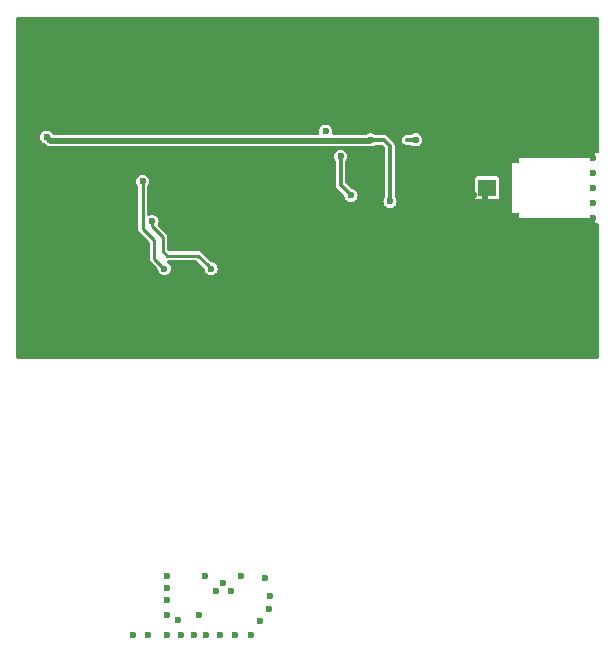
<source format=gbr>
%TF.GenerationSoftware,KiCad,Pcbnew,8.0.4+1*%
%TF.CreationDate,2024-10-16T20:55:13+00:00*%
%TF.ProjectId,TFLORA01,54464c4f-5241-4303-912e-6b696361645f,rev?*%
%TF.SameCoordinates,Original*%
%TF.FileFunction,Copper,L1,Top*%
%TF.FilePolarity,Positive*%
%FSLAX46Y46*%
G04 Gerber Fmt 4.6, Leading zero omitted, Abs format (unit mm)*
G04 Created by KiCad (PCBNEW 8.0.4+1) date 2024-10-16 20:55:13*
%MOMM*%
%LPD*%
G01*
G04 APERTURE LIST*
G04 Aperture macros list*
%AMRoundRect*
0 Rectangle with rounded corners*
0 $1 Rounding radius*
0 $2 $3 $4 $5 $6 $7 $8 $9 X,Y pos of 4 corners*
0 Add a 4 corners polygon primitive as box body*
4,1,4,$2,$3,$4,$5,$6,$7,$8,$9,$2,$3,0*
0 Add four circle primitives for the rounded corners*
1,1,$1+$1,$2,$3*
1,1,$1+$1,$4,$5*
1,1,$1+$1,$6,$7*
1,1,$1+$1,$8,$9*
0 Add four rect primitives between the rounded corners*
20,1,$1+$1,$2,$3,$4,$5,0*
20,1,$1+$1,$4,$5,$6,$7,0*
20,1,$1+$1,$6,$7,$8,$9,0*
20,1,$1+$1,$8,$9,$2,$3,0*%
%AMFreePoly0*
4,1,7,1.675000,-0.750000,-1.675000,-0.750000,-1.675000,-0.350000,-8.125000,-0.350000,-8.125000,0.750000,1.675000,0.750000,1.675000,-0.750000,1.675000,-0.750000,$1*%
%AMFreePoly1*
4,1,7,8.125000,-0.350000,1.675000,-0.350000,1.675000,-0.750000,-1.675000,-0.750000,-1.675000,0.750000,8.125000,0.750000,8.125000,-0.350000,8.125000,-0.350000,$1*%
G04 Aperture macros list end*
%TA.AperFunction,SMDPad,CuDef*%
%ADD10R,1.500000X1.450000*%
%TD*%
%TA.AperFunction,SMDPad,CuDef*%
%ADD11FreePoly0,180.000000*%
%TD*%
%TA.AperFunction,SMDPad,CuDef*%
%ADD12FreePoly1,0.000000*%
%TD*%
%TA.AperFunction,ComponentPad*%
%ADD13C,0.500000*%
%TD*%
%TA.AperFunction,SMDPad,CuDef*%
%ADD14RoundRect,0.250000X1.050000X-1.050000X1.050000X1.050000X-1.050000X1.050000X-1.050000X-1.050000X0*%
%TD*%
%TA.AperFunction,ViaPad*%
%ADD15C,0.600000*%
%TD*%
%TA.AperFunction,Conductor*%
%ADD16C,0.250000*%
%TD*%
%TA.AperFunction,Conductor*%
%ADD17C,0.500000*%
%TD*%
%TA.AperFunction,Conductor*%
%ADD18C,0.300000*%
%TD*%
G04 APERTURE END LIST*
D10*
%TO.P,J12,1*%
%TO.N,Net-(C22-Pad2)*%
X175224800Y-114300000D03*
D11*
%TO.P,J12,2*%
%TO.N,GND*%
X176199800Y-117175000D03*
D12*
X176199800Y-111425000D03*
%TD*%
D13*
%TO.P,U3,25,GND*%
%TO.N,GND*%
X148808000Y-118696000D03*
X149858000Y-118696000D03*
X150908000Y-118696000D03*
X148808000Y-117646000D03*
X149858000Y-117646000D03*
D14*
X149858000Y-117646000D03*
D13*
X150908000Y-117646000D03*
X148808000Y-116596000D03*
X149858000Y-116596000D03*
X150908000Y-116596000D03*
%TD*%
D15*
%TO.N,GND*%
X145058000Y-114046000D03*
X143458000Y-114046000D03*
X151355200Y-147136000D03*
X153555200Y-148436000D03*
X163830000Y-113665000D03*
X184150000Y-119380000D03*
X151460200Y-152146000D03*
X163830000Y-100330000D03*
X161798000Y-113919000D03*
X171069000Y-111633000D03*
X184150000Y-118110000D03*
X157356660Y-118341817D03*
X184150000Y-114300000D03*
X145161000Y-122301000D03*
X168910000Y-111633000D03*
X145237200Y-152146000D03*
X184150000Y-110490000D03*
X167894000Y-111633000D03*
X143383000Y-107442000D03*
X148158200Y-147193000D03*
X156855200Y-148822000D03*
X149301200Y-152146000D03*
X168402000Y-122428000D03*
X143764000Y-112649000D03*
X153670000Y-100330000D03*
X169164000Y-116967000D03*
X177800000Y-108585000D03*
X170053000Y-111633000D03*
X172085000Y-128270000D03*
X164211000Y-121666000D03*
X161290000Y-100330000D03*
X172212000Y-111506000D03*
X163195000Y-128270000D03*
X160655000Y-128270000D03*
X167767000Y-114300000D03*
X154940000Y-100330000D03*
X156413200Y-147322000D03*
X172720000Y-100330000D03*
X157480000Y-100330000D03*
X162560000Y-124460000D03*
X155858000Y-118346000D03*
X155270200Y-152146000D03*
X174117000Y-114935000D03*
X166370000Y-100330000D03*
X151155400Y-122021600D03*
X181610000Y-120015000D03*
X159766000Y-122809000D03*
X152855200Y-147736000D03*
X156794200Y-149987000D03*
X150858000Y-121146000D03*
X155575000Y-128270000D03*
X148158200Y-152146000D03*
X170815000Y-128270000D03*
X143510000Y-100330000D03*
X144780000Y-100330000D03*
X135890000Y-120650000D03*
X168275000Y-128270000D03*
X158750000Y-100330000D03*
X172847000Y-116967000D03*
X146050000Y-100330000D03*
X173101000Y-111506000D03*
X169545000Y-120904000D03*
X177800000Y-100330000D03*
X175260000Y-100330000D03*
X176530000Y-108585000D03*
X146939000Y-112649000D03*
X158115000Y-128270000D03*
X168148000Y-116967000D03*
X156210000Y-100330000D03*
X182245000Y-108585000D03*
X149860000Y-100330000D03*
X162941000Y-115697000D03*
X167640000Y-100330000D03*
X173990000Y-100330000D03*
X183515000Y-120015000D03*
X148908011Y-121145981D03*
X148590000Y-100330000D03*
X170180000Y-100330000D03*
X164846000Y-111633000D03*
X135890000Y-119380000D03*
X162258000Y-118346000D03*
X164465000Y-128270000D03*
X149047200Y-150876000D03*
X135890000Y-116840000D03*
X184150000Y-116840000D03*
X154940000Y-118346000D03*
X173990000Y-111506000D03*
X174498000Y-112268000D03*
X165735000Y-128270000D03*
X171450000Y-100330000D03*
X164846000Y-117983000D03*
X170561000Y-116967000D03*
X154305000Y-128270000D03*
X152019000Y-122301000D03*
X153035000Y-115570000D03*
X163858046Y-118346000D03*
X173990000Y-118110000D03*
X161925000Y-128270000D03*
X148158200Y-149225000D03*
X153158000Y-121746000D03*
X168910000Y-100330000D03*
X177165000Y-128270000D03*
X173355000Y-128270000D03*
X148717000Y-122174000D03*
X160658000Y-118346000D03*
X148158200Y-150495000D03*
X165100000Y-100330000D03*
X147320000Y-121920000D03*
X146058000Y-118946000D03*
X175895000Y-120015000D03*
X162560000Y-100330000D03*
X184150000Y-113030000D03*
X161036000Y-122809000D03*
X184150000Y-107950000D03*
X171704000Y-116967000D03*
X179705000Y-118745000D03*
X179070000Y-120015000D03*
X166497000Y-121158000D03*
X160020000Y-100330000D03*
X157480000Y-122809000D03*
X151130000Y-100330000D03*
X164211000Y-122809000D03*
X169545000Y-122428000D03*
X167132000Y-116967000D03*
X184150000Y-115570000D03*
X171323000Y-114300000D03*
X152255200Y-148436000D03*
X161036000Y-124460000D03*
X169418000Y-117983000D03*
X150444200Y-152146000D03*
X156224000Y-114808000D03*
X170307000Y-114300000D03*
X184150000Y-120650000D03*
X175895000Y-128270000D03*
X169545000Y-128270000D03*
X165227000Y-121158000D03*
X174625000Y-120015000D03*
X150855200Y-150436000D03*
X156032200Y-151003000D03*
X136271000Y-107315000D03*
X184150000Y-109220000D03*
X152400000Y-100330000D03*
X145161000Y-112649000D03*
X167005000Y-128270000D03*
X159058000Y-118346000D03*
X174117000Y-116967000D03*
X176530000Y-100330000D03*
X159385000Y-128270000D03*
X152603200Y-152146000D03*
X180975000Y-108585000D03*
X164338000Y-124460000D03*
X146507200Y-152146000D03*
X147320000Y-100330000D03*
X165989000Y-111633000D03*
X175006000Y-115062000D03*
X135890000Y-118110000D03*
X177800000Y-120015000D03*
X141859000Y-107569000D03*
X163830000Y-111633000D03*
X143637000Y-121920000D03*
X158623000Y-122809000D03*
X173990000Y-119380000D03*
X166116000Y-113919000D03*
X148158200Y-148209000D03*
X156845000Y-128270000D03*
X167132000Y-122428000D03*
X179070000Y-110490000D03*
X153873200Y-152146000D03*
X146050000Y-121920000D03*
X169545000Y-119126000D03*
X163830000Y-112649000D03*
X184150000Y-111760000D03*
X174625000Y-128270000D03*
X184150000Y-106680000D03*
X142494000Y-112649000D03*
%TO.N,+3V3*%
X167005000Y-115443000D03*
X165354000Y-110236000D03*
X137940000Y-110000000D03*
X151858000Y-121146000D03*
X146858000Y-117146000D03*
%TO.N,Net-(U3-XTA)*%
X154355200Y-147136000D03*
%TO.N,/#RESET*%
X169164000Y-110236000D03*
%TO.N,/DIO2*%
X161544000Y-109490080D03*
%TO.N,/DIO3*%
X146058000Y-113746046D03*
X147901519Y-121146000D03*
%TO.N,Net-(U4-CTRL)*%
X162814000Y-111633000D03*
X163703000Y-114935000D03*
%TD*%
D16*
%TO.N,GND*%
X148358000Y-122533000D02*
X148717000Y-122174000D01*
X143383000Y-107442000D02*
X141986000Y-107442000D01*
X167767000Y-116586000D02*
X167767000Y-114681000D01*
D17*
X155862183Y-118341817D02*
X155858000Y-118346000D01*
D16*
X168148000Y-116967000D02*
X167767000Y-116586000D01*
D17*
X149258000Y-124460000D02*
X149858000Y-123860000D01*
X162258000Y-118346000D02*
X163858046Y-118346000D01*
D16*
X167767000Y-114681000D02*
X167767000Y-114300000D01*
X150858000Y-121724200D02*
X150858000Y-121146000D01*
D17*
X159058000Y-118346000D02*
X160658000Y-118346000D01*
X157356660Y-118341817D02*
X155862183Y-118341817D01*
D16*
X151155400Y-122021600D02*
X150858000Y-121724200D01*
X148358000Y-123260000D02*
X148358000Y-122533000D01*
X141986000Y-107442000D02*
X141859000Y-107569000D01*
%TO.N,+3V3*%
X151558001Y-120846001D02*
X151858000Y-121146000D01*
D18*
X167005000Y-110744000D02*
X166497000Y-110236000D01*
D17*
X160600909Y-110290091D02*
X165299909Y-110290091D01*
D16*
X146858000Y-117146000D02*
X146858000Y-117546000D01*
X146858000Y-117546000D02*
X147758000Y-118446000D01*
D18*
X166497000Y-110236000D02*
X165354000Y-110236000D01*
D16*
X147758000Y-119646000D02*
X148158000Y-120046000D01*
D17*
X160600909Y-110290091D02*
X138230091Y-110290091D01*
X165299909Y-110290091D02*
X165354000Y-110236000D01*
D16*
X150758000Y-120046000D02*
X151558001Y-120846001D01*
D17*
X138230091Y-110290091D02*
X137940000Y-110000000D01*
D18*
X167005000Y-115443000D02*
X167005000Y-110744000D01*
D16*
X148158000Y-120046000D02*
X150758000Y-120046000D01*
X147758000Y-118446000D02*
X147758000Y-119646000D01*
D18*
%TO.N,/#RESET*%
X169164000Y-110236000D02*
X168422000Y-110236000D01*
D16*
%TO.N,/DIO2*%
X161400920Y-109347000D02*
X161544000Y-109490080D01*
%TO.N,/DIO3*%
X146058000Y-117746000D02*
X146058000Y-114170310D01*
X147058000Y-118746000D02*
X146058000Y-117746000D01*
X147058000Y-120302481D02*
X147058000Y-118746000D01*
X147901519Y-121146000D02*
X147058000Y-120302481D01*
X146058000Y-114170310D02*
X146058000Y-113746046D01*
D18*
%TO.N,Net-(U4-CTRL)*%
X162814000Y-111633000D02*
X162814000Y-114046000D01*
X162814000Y-114046000D02*
X163703000Y-114935000D01*
%TD*%
%TA.AperFunction,Conductor*%
%TO.N,GND*%
G36*
X184607621Y-99834502D02*
G01*
X184654114Y-99888158D01*
X184665500Y-99940500D01*
X184665500Y-111254404D01*
X184645498Y-111322525D01*
X184591842Y-111369018D01*
X184521568Y-111379122D01*
X184476504Y-111363526D01*
X184467988Y-111358609D01*
X184467983Y-111358607D01*
X184433873Y-111349467D01*
X184340692Y-111324500D01*
X177890692Y-111324500D01*
X177758908Y-111324500D01*
X177690694Y-111342777D01*
X177631616Y-111358607D01*
X177631609Y-111358610D01*
X177517489Y-111424497D01*
X177517479Y-111424505D01*
X177424305Y-111517679D01*
X177424297Y-111517689D01*
X177358410Y-111631809D01*
X177358408Y-111631814D01*
X177324300Y-111759108D01*
X177324300Y-116709108D01*
X177324300Y-116840892D01*
X177337218Y-116889102D01*
X177358407Y-116968183D01*
X177358410Y-116968190D01*
X177424297Y-117082310D01*
X177424305Y-117082320D01*
X177517479Y-117175494D01*
X177517484Y-117175498D01*
X177517486Y-117175500D01*
X177631614Y-117241392D01*
X177758908Y-117275500D01*
X177758910Y-117275500D01*
X184340690Y-117275500D01*
X184340692Y-117275500D01*
X184467986Y-117241392D01*
X184476502Y-117236475D01*
X184545494Y-117219738D01*
X184612586Y-117242958D01*
X184656474Y-117298764D01*
X184665500Y-117345595D01*
X184665500Y-128659500D01*
X184645498Y-128727621D01*
X184591842Y-128774114D01*
X184539500Y-128785500D01*
X135500500Y-128785500D01*
X135432379Y-128765498D01*
X135385886Y-128711842D01*
X135374500Y-128659500D01*
X135374500Y-113746045D01*
X145498715Y-113746045D01*
X145498715Y-113746046D01*
X145517771Y-113890798D01*
X145573644Y-114025687D01*
X145573649Y-114025695D01*
X145652462Y-114128405D01*
X145678063Y-114194625D01*
X145678500Y-114205109D01*
X145678500Y-117688303D01*
X145678499Y-117688321D01*
X145678499Y-117696038D01*
X145678499Y-117795962D01*
X145692892Y-117849675D01*
X145692892Y-117849682D01*
X145704361Y-117892480D01*
X145754321Y-117979015D01*
X145754329Y-117979025D01*
X145832156Y-118056852D01*
X145832170Y-118056864D01*
X146641595Y-118866289D01*
X146675621Y-118928601D01*
X146678500Y-118955384D01*
X146678500Y-120244784D01*
X146678499Y-120244802D01*
X146678499Y-120252519D01*
X146678499Y-120352443D01*
X146698075Y-120425499D01*
X146698075Y-120425500D01*
X146704361Y-120448962D01*
X146754321Y-120535496D01*
X146754329Y-120535506D01*
X146832156Y-120613333D01*
X146832170Y-120613345D01*
X147308564Y-121089739D01*
X147342590Y-121152051D01*
X147344391Y-121162387D01*
X147361290Y-121290752D01*
X147417163Y-121425641D01*
X147417168Y-121425649D01*
X147506044Y-121541474D01*
X147621869Y-121630350D01*
X147621876Y-121630355D01*
X147756765Y-121686228D01*
X147901519Y-121705285D01*
X148046273Y-121686228D01*
X148181162Y-121630355D01*
X148296993Y-121541474D01*
X148385874Y-121425643D01*
X148441747Y-121290754D01*
X148460804Y-121146000D01*
X148441747Y-121001246D01*
X148385874Y-120866358D01*
X148296993Y-120750526D01*
X148296991Y-120750524D01*
X148296990Y-120750523D01*
X148181166Y-120661647D01*
X148179386Y-120660620D01*
X148178184Y-120659359D01*
X148174610Y-120656617D01*
X148175037Y-120656059D01*
X148130393Y-120609238D01*
X148116955Y-120539525D01*
X148143341Y-120473613D01*
X148201173Y-120432430D01*
X148242385Y-120425500D01*
X150548616Y-120425500D01*
X150616737Y-120445502D01*
X150637711Y-120462405D01*
X151265045Y-121089739D01*
X151299071Y-121152051D01*
X151300872Y-121162387D01*
X151317771Y-121290752D01*
X151373644Y-121425641D01*
X151373649Y-121425649D01*
X151462525Y-121541474D01*
X151578350Y-121630350D01*
X151578357Y-121630355D01*
X151713246Y-121686228D01*
X151858000Y-121705285D01*
X152002754Y-121686228D01*
X152137643Y-121630355D01*
X152253474Y-121541474D01*
X152342355Y-121425643D01*
X152398228Y-121290754D01*
X152417285Y-121146000D01*
X152398228Y-121001246D01*
X152342355Y-120866358D01*
X152253474Y-120750526D01*
X152253472Y-120750524D01*
X152253471Y-120750523D01*
X152137649Y-120661649D01*
X152137641Y-120661644D01*
X152002752Y-120605771D01*
X151874387Y-120588872D01*
X151809460Y-120560149D01*
X151801739Y-120553045D01*
X151068864Y-119820170D01*
X151068852Y-119820156D01*
X150991025Y-119742329D01*
X150991015Y-119742321D01*
X150904480Y-119692361D01*
X150894283Y-119689629D01*
X150884084Y-119686896D01*
X150807965Y-119666499D01*
X150807962Y-119666499D01*
X150708038Y-119666499D01*
X150700320Y-119666499D01*
X150700304Y-119666500D01*
X148367384Y-119666500D01*
X148299263Y-119646498D01*
X148278289Y-119629595D01*
X148174405Y-119525711D01*
X148140379Y-119463399D01*
X148137500Y-119436616D01*
X148137500Y-118506125D01*
X148137501Y-118506112D01*
X148137501Y-118396038D01*
X148137500Y-118396034D01*
X148111639Y-118299520D01*
X148061678Y-118212984D01*
X148061670Y-118212974D01*
X147986630Y-118137934D01*
X147986607Y-118137913D01*
X147381964Y-117533270D01*
X147347938Y-117470958D01*
X147353003Y-117400143D01*
X147354635Y-117395994D01*
X147398228Y-117290754D01*
X147417285Y-117146000D01*
X147398228Y-117001246D01*
X147342355Y-116866358D01*
X147253474Y-116750526D01*
X147253472Y-116750524D01*
X147253471Y-116750523D01*
X147137649Y-116661649D01*
X147137641Y-116661644D01*
X147002752Y-116605771D01*
X146858000Y-116586715D01*
X146713247Y-116605771D01*
X146667610Y-116624675D01*
X146611716Y-116647827D01*
X146541129Y-116655416D01*
X146477642Y-116623637D01*
X146441414Y-116562579D01*
X146437500Y-116531418D01*
X146437500Y-114205109D01*
X146457502Y-114136988D01*
X146463538Y-114128405D01*
X146542350Y-114025695D01*
X146542355Y-114025689D01*
X146598228Y-113890800D01*
X146617285Y-113746046D01*
X146598228Y-113601292D01*
X146542355Y-113466404D01*
X146453474Y-113350572D01*
X146453472Y-113350570D01*
X146453471Y-113350569D01*
X146337649Y-113261695D01*
X146337641Y-113261690D01*
X146202752Y-113205817D01*
X146058000Y-113186761D01*
X145913247Y-113205817D01*
X145845802Y-113233754D01*
X145778358Y-113261691D01*
X145778357Y-113261692D01*
X145778356Y-113261692D01*
X145662526Y-113350572D01*
X145573646Y-113466402D01*
X145573645Y-113466404D01*
X145569796Y-113475697D01*
X145517771Y-113601293D01*
X145498715Y-113746045D01*
X135374500Y-113746045D01*
X135374500Y-111632999D01*
X162254715Y-111632999D01*
X162254715Y-111633000D01*
X162273771Y-111777752D01*
X162318192Y-111884992D01*
X162329645Y-111912643D01*
X162383462Y-111982778D01*
X162409063Y-112048997D01*
X162409500Y-112059482D01*
X162409500Y-113992747D01*
X162409500Y-114099253D01*
X162424110Y-114153777D01*
X162437065Y-114202128D01*
X162437068Y-114202135D01*
X162490317Y-114294365D01*
X162490319Y-114294367D01*
X162490320Y-114294369D01*
X163115406Y-114919455D01*
X163149430Y-114981766D01*
X163151232Y-114992102D01*
X163162771Y-115079752D01*
X163218644Y-115214641D01*
X163218649Y-115214649D01*
X163307525Y-115330474D01*
X163423350Y-115419350D01*
X163423357Y-115419355D01*
X163558246Y-115475228D01*
X163703000Y-115494285D01*
X163847754Y-115475228D01*
X163982643Y-115419355D01*
X164098474Y-115330474D01*
X164187355Y-115214643D01*
X164243228Y-115079754D01*
X164262285Y-114935000D01*
X164243228Y-114790246D01*
X164187355Y-114655358D01*
X164098474Y-114539526D01*
X164098472Y-114539524D01*
X164098471Y-114539523D01*
X163982649Y-114450649D01*
X163982641Y-114450644D01*
X163847752Y-114394771D01*
X163760102Y-114383232D01*
X163695175Y-114354509D01*
X163687454Y-114347405D01*
X163255405Y-113915356D01*
X163221379Y-113853044D01*
X163218500Y-113826261D01*
X163218500Y-112059482D01*
X163238502Y-111991361D01*
X163244529Y-111982788D01*
X163298355Y-111912643D01*
X163354228Y-111777754D01*
X163373285Y-111633000D01*
X163354228Y-111488246D01*
X163298355Y-111353358D01*
X163209474Y-111237526D01*
X163209472Y-111237524D01*
X163209471Y-111237523D01*
X163093649Y-111148649D01*
X163093641Y-111148644D01*
X162958752Y-111092771D01*
X162814000Y-111073715D01*
X162669247Y-111092771D01*
X162624542Y-111111289D01*
X162534358Y-111148645D01*
X162534357Y-111148646D01*
X162534356Y-111148646D01*
X162418526Y-111237526D01*
X162329646Y-111353356D01*
X162329645Y-111353358D01*
X162318973Y-111379122D01*
X162273771Y-111488247D01*
X162254715Y-111632999D01*
X135374500Y-111632999D01*
X135374500Y-109999999D01*
X137380715Y-109999999D01*
X137380715Y-110000000D01*
X137399771Y-110144752D01*
X137455644Y-110279641D01*
X137455649Y-110279649D01*
X137544525Y-110395474D01*
X137660350Y-110484350D01*
X137660357Y-110484355D01*
X137723459Y-110510492D01*
X137764332Y-110537803D01*
X137920321Y-110693792D01*
X137920323Y-110693793D01*
X137920324Y-110693794D01*
X138035358Y-110760209D01*
X138035359Y-110760209D01*
X138035362Y-110760211D01*
X138129287Y-110785376D01*
X138129291Y-110785379D01*
X138129292Y-110785378D01*
X138163672Y-110794591D01*
X138163673Y-110794591D01*
X138296510Y-110794591D01*
X160534490Y-110794591D01*
X165340471Y-110794591D01*
X165351060Y-110795285D01*
X165354000Y-110795285D01*
X165356940Y-110795285D01*
X165365138Y-110794747D01*
X165366323Y-110794591D01*
X165366328Y-110794591D01*
X165366332Y-110794589D01*
X165367531Y-110794432D01*
X165381335Y-110791685D01*
X165498754Y-110776228D01*
X165633643Y-110720355D01*
X165703778Y-110666537D01*
X165769997Y-110640937D01*
X165780482Y-110640500D01*
X166277261Y-110640500D01*
X166345382Y-110660502D01*
X166366356Y-110677405D01*
X166563595Y-110874644D01*
X166597621Y-110936956D01*
X166600500Y-110963739D01*
X166600500Y-115016516D01*
X166580498Y-115084637D01*
X166574463Y-115093219D01*
X166520649Y-115163351D01*
X166520646Y-115163356D01*
X166520645Y-115163358D01*
X166501953Y-115208484D01*
X166464771Y-115298247D01*
X166445715Y-115442999D01*
X166445715Y-115443000D01*
X166464771Y-115587752D01*
X166520644Y-115722641D01*
X166520649Y-115722649D01*
X166609525Y-115838474D01*
X166725350Y-115927350D01*
X166725357Y-115927355D01*
X166860246Y-115983228D01*
X167005000Y-116002285D01*
X167149754Y-115983228D01*
X167284643Y-115927355D01*
X167400474Y-115838474D01*
X167489355Y-115722643D01*
X167545228Y-115587754D01*
X167564285Y-115443000D01*
X167561171Y-115419350D01*
X167545228Y-115298247D01*
X167545228Y-115298246D01*
X167489355Y-115163358D01*
X167459387Y-115124302D01*
X167435537Y-115093219D01*
X167409937Y-115026998D01*
X167409500Y-115016516D01*
X167409500Y-113549930D01*
X174220300Y-113549930D01*
X174220300Y-115050063D01*
X174220301Y-115050073D01*
X174235065Y-115124300D01*
X174291316Y-115208484D01*
X174375497Y-115264733D01*
X174375499Y-115264734D01*
X174449733Y-115279500D01*
X175999866Y-115279499D01*
X175999869Y-115279498D01*
X175999873Y-115279498D01*
X176049126Y-115269701D01*
X176074101Y-115264734D01*
X176158284Y-115208484D01*
X176214534Y-115124301D01*
X176229300Y-115050067D01*
X176229299Y-113549934D01*
X176229298Y-113549930D01*
X176229298Y-113549926D01*
X176214534Y-113475699D01*
X176208323Y-113466404D01*
X176158284Y-113391516D01*
X176158283Y-113391515D01*
X176074102Y-113335266D01*
X175999867Y-113320500D01*
X174449736Y-113320500D01*
X174449726Y-113320501D01*
X174375499Y-113335265D01*
X174291315Y-113391516D01*
X174235066Y-113475697D01*
X174220300Y-113549930D01*
X167409500Y-113549930D01*
X167409500Y-110690748D01*
X167381934Y-110587869D01*
X167381934Y-110587868D01*
X167328681Y-110495632D01*
X167328679Y-110495629D01*
X167015797Y-110182747D01*
X168017500Y-110182747D01*
X168017500Y-110289253D01*
X168037678Y-110364561D01*
X168045065Y-110392128D01*
X168045068Y-110392135D01*
X168098317Y-110484365D01*
X168098325Y-110484375D01*
X168173624Y-110559674D01*
X168173629Y-110559678D01*
X168173631Y-110559680D01*
X168265869Y-110612934D01*
X168368747Y-110640500D01*
X168737518Y-110640500D01*
X168805639Y-110660502D01*
X168814211Y-110666529D01*
X168884357Y-110720355D01*
X169019246Y-110776228D01*
X169164000Y-110795285D01*
X169308754Y-110776228D01*
X169443643Y-110720355D01*
X169559474Y-110631474D01*
X169648355Y-110515643D01*
X169704228Y-110380754D01*
X169723285Y-110236000D01*
X169704228Y-110091246D01*
X169648355Y-109956358D01*
X169559474Y-109840526D01*
X169559472Y-109840524D01*
X169559471Y-109840523D01*
X169443649Y-109751649D01*
X169443641Y-109751644D01*
X169308752Y-109695771D01*
X169164000Y-109676715D01*
X169019247Y-109695771D01*
X168959893Y-109720357D01*
X168884358Y-109751645D01*
X168884357Y-109751646D01*
X168884351Y-109751649D01*
X168814222Y-109805462D01*
X168748002Y-109831063D01*
X168737518Y-109831500D01*
X168368747Y-109831500D01*
X168313617Y-109846271D01*
X168265871Y-109859065D01*
X168265864Y-109859068D01*
X168173634Y-109912317D01*
X168173624Y-109912325D01*
X168098325Y-109987624D01*
X168098317Y-109987634D01*
X168045068Y-110079864D01*
X168045065Y-110079871D01*
X168042017Y-110091247D01*
X168017500Y-110182747D01*
X167015797Y-110182747D01*
X166745375Y-109912325D01*
X166745365Y-109912317D01*
X166653135Y-109859068D01*
X166653132Y-109859067D01*
X166653131Y-109859066D01*
X166653129Y-109859065D01*
X166653128Y-109859065D01*
X166625561Y-109851678D01*
X166550253Y-109831500D01*
X166550251Y-109831500D01*
X165780482Y-109831500D01*
X165712361Y-109811498D01*
X165703788Y-109805470D01*
X165633643Y-109751645D01*
X165558125Y-109720364D01*
X165498752Y-109695771D01*
X165354000Y-109676715D01*
X165209247Y-109695771D01*
X165149893Y-109720357D01*
X165074358Y-109751645D01*
X165074357Y-109751646D01*
X165074350Y-109751650D01*
X165064053Y-109759552D01*
X164997834Y-109785154D01*
X164987348Y-109785591D01*
X162208039Y-109785591D01*
X162139918Y-109765589D01*
X162093425Y-109711933D01*
X162083524Y-109643071D01*
X162083150Y-109643022D01*
X162083325Y-109641689D01*
X162083321Y-109641659D01*
X162083344Y-109641544D01*
X162084227Y-109634836D01*
X162084228Y-109634834D01*
X162103285Y-109490080D01*
X162084228Y-109345326D01*
X162028355Y-109210438D01*
X161939474Y-109094606D01*
X161939472Y-109094604D01*
X161939471Y-109094603D01*
X161823649Y-109005729D01*
X161823641Y-109005724D01*
X161688752Y-108949851D01*
X161544000Y-108930795D01*
X161399246Y-108949851D01*
X161399239Y-108949853D01*
X161374613Y-108960054D01*
X161358665Y-108964356D01*
X161358935Y-108965361D01*
X161254441Y-108993360D01*
X161167904Y-109043322D01*
X161167894Y-109043330D01*
X161097250Y-109113974D01*
X161097242Y-109113984D01*
X161047280Y-109200521D01*
X161019281Y-109305015D01*
X161018262Y-109304742D01*
X161013974Y-109320694D01*
X161003772Y-109345324D01*
X160984715Y-109490079D01*
X160984715Y-109490080D01*
X161004850Y-109643022D01*
X161001268Y-109643493D01*
X160999990Y-109697918D01*
X160960215Y-109756726D01*
X160894960Y-109784695D01*
X160879961Y-109785591D01*
X138534764Y-109785591D01*
X138466643Y-109765589D01*
X138429601Y-109726741D01*
X138429382Y-109726910D01*
X138427818Y-109724871D01*
X138425648Y-109722596D01*
X138424359Y-109720364D01*
X138424355Y-109720359D01*
X138424355Y-109720358D01*
X138335474Y-109604526D01*
X138335472Y-109604524D01*
X138335471Y-109604523D01*
X138219649Y-109515649D01*
X138219641Y-109515644D01*
X138084752Y-109459771D01*
X137940000Y-109440715D01*
X137795247Y-109459771D01*
X137727802Y-109487708D01*
X137660358Y-109515645D01*
X137660357Y-109515646D01*
X137660356Y-109515646D01*
X137544526Y-109604526D01*
X137455646Y-109720356D01*
X137455645Y-109720358D01*
X137428805Y-109785154D01*
X137399771Y-109855247D01*
X137380715Y-109999999D01*
X135374500Y-109999999D01*
X135374500Y-99940500D01*
X135394502Y-99872379D01*
X135448158Y-99825886D01*
X135500500Y-99814500D01*
X184539500Y-99814500D01*
X184607621Y-99834502D01*
G37*
%TD.AperFunction*%
%TD*%
M02*

</source>
